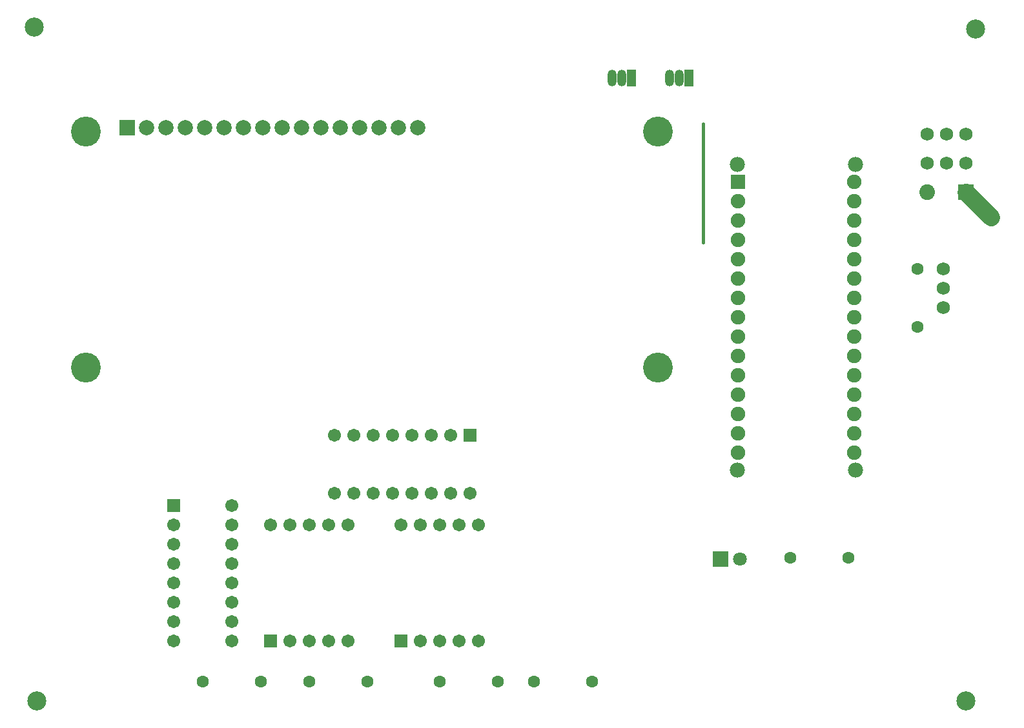
<source format=gbs>
%FSTAX23Y23*%
%MOIN*%
%SFA1B1*%

%IPPOS*%
%ADD15C,0.098425*%
%ADD16C,0.067992*%
%ADD17R,0.074921X0.074921*%
%ADD18C,0.074921*%
%ADD19C,0.077992*%
%ADD20R,0.078858X0.078858*%
%ADD21C,0.078858*%
%ADD22C,0.154291*%
%ADD23C,0.063110*%
%ADD24R,0.080827X0.080827*%
%ADD25C,0.080827*%
%ADD26C,0.070984*%
%ADD27R,0.080827X0.080827*%
%ADD28R,0.067047X0.067047*%
%ADD29C,0.067047*%
%ADD30O,0.047362X0.086732*%
%ADD31R,0.047362X0.086732*%
%ADD32R,0.067047X0.067047*%
%ADD50C,0.090000*%
%ADD51C,0.015000*%
%LNpcb_baja_teste-1*%
%LPD*%
G54D15*
X0666Y01295D03*
X01865D03*
X0185Y0478D03*
X0671Y0477D03*
G54D16*
X0679Y03795D03*
X0656Y04075D03*
X0666D03*
X0646D03*
X0656Y04225D03*
X0666D03*
X0646D03*
X06545Y0343D03*
Y0333D03*
Y0353D03*
G54D17*
X05485Y0398D03*
G54D18*
X05485Y0388D03*
Y0378D03*
Y0368D03*
Y0358D03*
Y0348D03*
Y0338D03*
Y0328D03*
Y0318D03*
Y0308D03*
Y0298D03*
Y0288D03*
Y0278D03*
Y0268D03*
Y0258D03*
X06085D03*
Y0268D03*
Y0278D03*
Y0288D03*
Y0298D03*
Y0308D03*
Y0318D03*
Y0328D03*
Y0338D03*
Y0348D03*
Y0358D03*
Y0368D03*
Y0378D03*
Y0388D03*
Y0398D03*
G54D19*
X0548Y0249D03*
X0609D03*
X0548Y0407D03*
X0609D03*
G54D20*
X02333Y04259D03*
G54D21*
X0243Y04259D03*
X02533D03*
X02633D03*
X02733D03*
X02833D03*
X02933D03*
X03033D03*
X03133D03*
X03233D03*
X03333D03*
X03433D03*
X03533D03*
X03633D03*
X03733D03*
X03833D03*
G54D22*
X02117Y0424D03*
Y03019D03*
X0507Y0424D03*
Y03019D03*
G54D23*
X0357Y01395D03*
X0327D03*
X0641Y0353D03*
Y0323D03*
X0302Y01395D03*
X0272D03*
X04245D03*
X03945D03*
X0473D03*
X0443D03*
X05755Y02035D03*
X06055D03*
G54D24*
X0666Y03925D03*
G54D25*
X0646Y03925D03*
G54D26*
X05495Y0203D03*
G54D27*
X05395Y0203D03*
G54D28*
X0307Y01605D03*
X03745D03*
X041Y0267D03*
G54D29*
X0317Y01605D03*
X0327D03*
X0337D03*
X0347D03*
X0307Y02205D03*
X0317D03*
X0327D03*
X0337D03*
X0347D03*
X0287Y01605D03*
Y01705D03*
Y01805D03*
Y01905D03*
Y02005D03*
Y02105D03*
Y02205D03*
Y02305D03*
X0257Y01605D03*
Y01705D03*
Y01805D03*
Y01905D03*
Y02005D03*
Y02105D03*
Y02205D03*
X03845Y01605D03*
X03945D03*
X04045D03*
X04145D03*
X03745Y02205D03*
X03845D03*
X03945D03*
X04045D03*
X04145D03*
X034Y0237D03*
X035D03*
X036D03*
X037D03*
X038D03*
X039D03*
X04D03*
X041D03*
X034Y0267D03*
X035D03*
X036D03*
X037D03*
X038D03*
X039D03*
X04D03*
G54D30*
X0513Y04515D03*
X0518D03*
X04835D03*
X04885D03*
G54D31*
X0523Y04515D03*
X04935D03*
G54D32*
X0257Y02305D03*
G54D50*
X0666Y03925D02*
X0679Y03795D01*
G54D51*
X05305Y03665D02*
Y0428D01*
M02*
</source>
